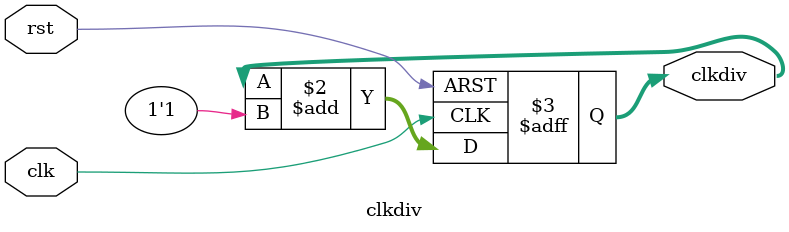
<source format=v>
`timescale 1ns / 1ps
module clkdiv(
	input clk,
	input rst,
	output reg[31:0]clkdiv
    );
	always@(posedge clk or posedge rst) begin
	if(rst) clkdiv<=0;
	else clkdiv <=clkdiv +1'b1;
	end
endmodule

</source>
